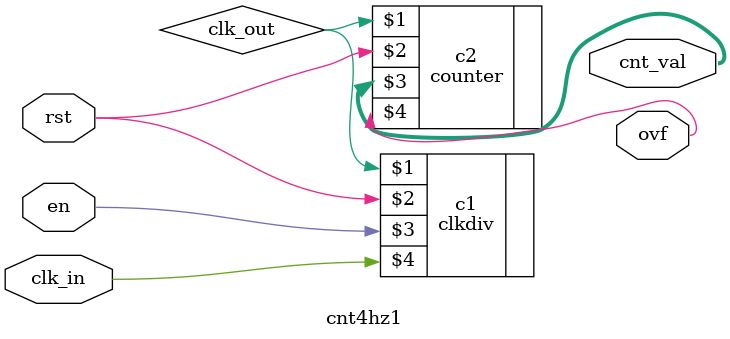
<source format=v>
module cnt4hz1(clk_in, en, rst, cnt_val, ovf);
input clk_in, en, rst;
output [3:0]cnt_val;
output ovf;
wire clk_out;
clkdiv c1 (clk_out, rst, en, clk_in);
counter #(4) c2 (clk_out,rst,cnt_val,ovf);
endmodule
</source>
